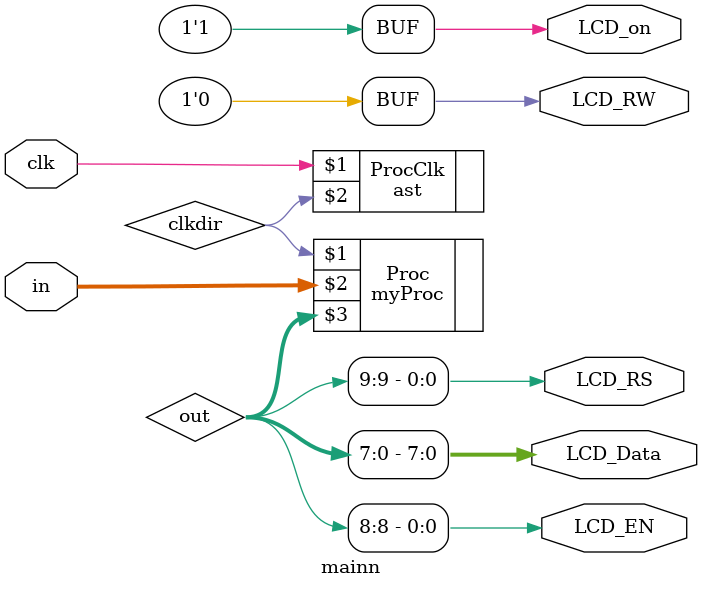
<source format=v>
module mainn
#(
	parameter NBADD = 10,
	parameter NBITS = 16
)
(
	input                   clk,
	input       [NBITS-1:0] in,
	output 		[      7:0] LCD_Data,
	output                  LCD_EN, LCD_RS, LCD_RW,
	output LCD_on
);

wire clkdir;
assign LCD_on = 1'b1;
wire [15:0] out;

ast ProcClk(clk, clkdir);
myProc #(NBADD,NBITS)Proc(clkdir, in, out);

assign LCD_Data = out[7:0];
assign LCD_EN   = out[8];
assign LCD_RS   = out[9];
assign LCD_RW = 1'b0;


endmodule 
</source>
